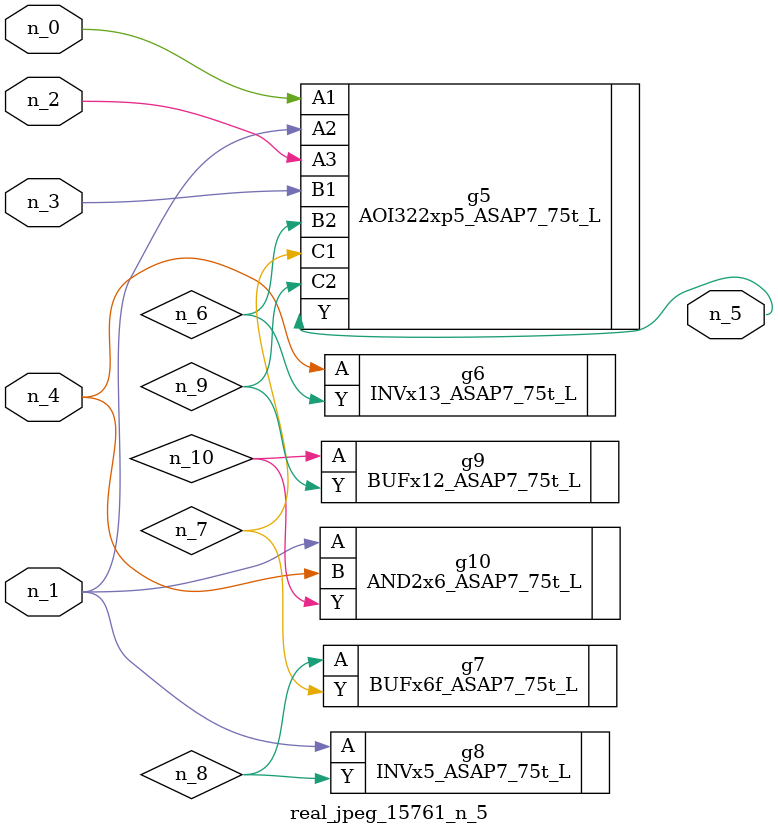
<source format=v>
module real_jpeg_15761_n_5 (n_4, n_0, n_1, n_2, n_3, n_5);

input n_4;
input n_0;
input n_1;
input n_2;
input n_3;

output n_5;

wire n_8;
wire n_6;
wire n_7;
wire n_10;
wire n_9;

AOI322xp5_ASAP7_75t_L g5 ( 
.A1(n_0),
.A2(n_1),
.A3(n_2),
.B1(n_3),
.B2(n_6),
.C1(n_7),
.C2(n_9),
.Y(n_5)
);

INVx5_ASAP7_75t_L g8 ( 
.A(n_1),
.Y(n_8)
);

AND2x6_ASAP7_75t_L g10 ( 
.A(n_1),
.B(n_4),
.Y(n_10)
);

INVx13_ASAP7_75t_L g6 ( 
.A(n_4),
.Y(n_6)
);

BUFx6f_ASAP7_75t_L g7 ( 
.A(n_8),
.Y(n_7)
);

BUFx12_ASAP7_75t_L g9 ( 
.A(n_10),
.Y(n_9)
);


endmodule
</source>
